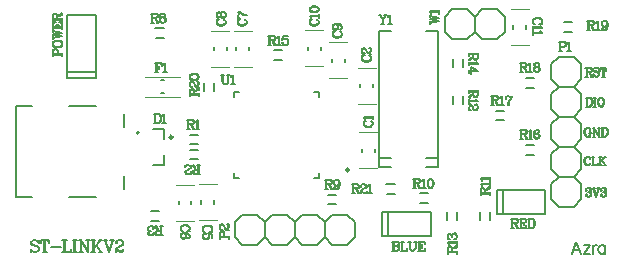
<source format=gto>
G04*
G04 #@! TF.GenerationSoftware,Altium Limited,Altium Designer,19.0.15 (446)*
G04*
G04 Layer_Color=65535*
%FSLAX23Y23*%
%MOIN*%
G70*
G01*
G75*
%ADD10C,0.010*%
%ADD11C,0.008*%
%ADD12C,0.004*%
%ADD13C,0.008*%
%ADD14C,0.005*%
%ADD15C,0.006*%
D10*
X3053Y3608D02*
G03*
X3053Y3608I-5J0D01*
G01*
D11*
X3642Y3499D02*
G03*
X3642Y3499I-6J0D01*
G01*
X2941Y3623D02*
G03*
X2941Y3623I-4J0D01*
G01*
X3678Y3774D02*
Y3786D01*
X3722Y3774D02*
Y3786D01*
X3877Y3421D02*
X3904Y3421D01*
X3877Y3389D02*
X3904Y3389D01*
X3766Y3451D02*
X3793Y3451D01*
X3767Y3419D02*
X3794Y3419D01*
X3112Y3534D02*
X3139Y3534D01*
X3111Y3566D02*
X3138Y3566D01*
X3112Y3584D02*
X3139Y3584D01*
X3111Y3616D02*
X3138Y3616D01*
X3023Y3516D02*
Y3547D01*
X2987Y3516D02*
X3023D01*
Y3603D02*
Y3634D01*
X2987D02*
X3023D01*
X3073Y3384D02*
Y3396D01*
X3116Y3384D02*
Y3396D01*
X3148Y3385D02*
Y3397D01*
X3192Y3385D02*
Y3397D01*
X3013Y3797D02*
X3025D01*
X3013Y3754D02*
X3025D01*
X2982Y3329D02*
X3009Y3329D01*
X2981Y3361D02*
X3008Y3361D01*
X3571Y3416D02*
X3598Y3416D01*
X3572Y3384D02*
X3599Y3384D01*
X4232Y3773D02*
X4259Y3773D01*
X4231Y3806D02*
X4258Y3806D01*
X4132Y3664D02*
X4159Y3664D01*
X4131Y3696D02*
X4158Y3696D01*
X4232Y3550D02*
X4259Y3550D01*
X4231Y3583D02*
X4258Y3583D01*
X3969Y3332D02*
X3969Y3359D01*
X4001Y3333D02*
X4001Y3359D01*
X4079Y3333D02*
X4079Y3359D01*
X4111Y3333D02*
X4111Y3360D01*
X3683Y3558D02*
Y3570D01*
X3727Y3558D02*
Y3570D01*
X3742Y3509D02*
Y3961D01*
X3781D01*
X3938Y3509D02*
Y3961D01*
X3742Y3509D02*
X3781D01*
X3899D02*
X3938D01*
X3899Y3961D02*
X3938D01*
X3742Y3538D02*
X3781D01*
X3899D02*
X3938D01*
X3989Y3841D02*
X3989Y3868D01*
X4021Y3842D02*
X4021Y3869D01*
X3989Y3718D02*
X3989Y3744D01*
X4021Y3718D02*
X4021Y3745D01*
X4357Y3959D02*
X4384Y3959D01*
X4357Y3991D02*
X4384Y3991D01*
X4232Y3969D02*
Y3981D01*
X4188Y3969D02*
Y3981D01*
X3547Y3898D02*
Y3910D01*
X3503Y3898D02*
Y3910D01*
X3627Y3858D02*
Y3870D01*
X3583Y3858D02*
Y3870D01*
X3308Y3897D02*
Y3909D01*
X3265Y3897D02*
Y3909D01*
X3233Y3897D02*
Y3909D01*
X3190Y3897D02*
Y3909D01*
X3191Y3762D02*
X3191Y3789D01*
X3159Y3762D02*
X3159Y3789D01*
X2996Y3971D02*
X3023Y3971D01*
X2997Y3939D02*
X3024Y3939D01*
X3391Y3897D02*
X3418Y3897D01*
X3392Y3864D02*
X3419Y3864D01*
D12*
X3670Y3840D02*
X3730D01*
X3670Y3720D02*
X3730D01*
X3064Y3450D02*
X3124D01*
X3064Y3330D02*
X3124D01*
X3140Y3451D02*
X3200D01*
X3140Y3331D02*
X3200D01*
X2961Y3743D02*
X3079D01*
X2961Y3807D02*
X3079D01*
X3675Y3624D02*
X3735D01*
X3675Y3504D02*
X3735D01*
X4180Y3915D02*
X4240D01*
X4180Y4035D02*
X4240D01*
X3495Y3844D02*
X3555D01*
X3495Y3964D02*
X3555D01*
X3575Y3804D02*
X3635D01*
X3575Y3924D02*
X3635D01*
X3257Y3843D02*
X3317D01*
X3257Y3963D02*
X3317D01*
X3182Y3843D02*
X3242D01*
X3182Y3963D02*
X3242D01*
D13*
X3285Y3350D02*
X3335D01*
X3360Y3325D01*
X3335Y3250D02*
X3360Y3275D01*
X3260Y3325D02*
X3285Y3350D01*
X3260Y3275D02*
Y3325D01*
Y3275D02*
X3285Y3250D01*
X3335D01*
X3585Y3350D02*
X3635D01*
X3660Y3325D01*
X3635Y3250D02*
X3660Y3275D01*
Y3325D01*
X3535Y3350D02*
X3560Y3325D01*
X3485Y3350D02*
X3535D01*
X3460Y3325D02*
X3485Y3350D01*
X3460Y3275D02*
Y3325D01*
Y3275D02*
X3485Y3250D01*
X3535D01*
X3560Y3275D01*
Y3325D02*
X3585Y3350D01*
X3560Y3275D02*
Y3325D01*
Y3275D02*
X3585Y3250D01*
X3635D01*
X3435Y3350D02*
X3460Y3325D01*
X3385Y3350D02*
X3435D01*
X3360Y3325D02*
X3385Y3350D01*
X3360Y3275D02*
Y3325D01*
Y3275D02*
X3385Y3250D01*
X3435D01*
X3460Y3275D01*
X4415Y3801D02*
Y3851D01*
X4390Y3776D02*
X4415Y3801D01*
X4315D02*
X4340Y3776D01*
X4390Y3876D02*
X4415Y3851D01*
X4340Y3876D02*
X4390D01*
X4315Y3851D02*
X4340Y3876D01*
X4315Y3801D02*
Y3851D01*
X4415Y3401D02*
Y3451D01*
X4390Y3376D02*
X4415Y3401D01*
X4315D02*
X4340Y3376D01*
X4390D01*
Y3476D02*
X4415Y3501D01*
Y3551D01*
X4390Y3576D02*
X4415Y3551D01*
X4340Y3576D02*
X4390D01*
X4315Y3551D02*
X4340Y3576D01*
X4315Y3501D02*
Y3551D01*
Y3501D02*
X4340Y3476D01*
X4390D02*
X4415Y3451D01*
X4340Y3476D02*
X4390D01*
X4315Y3451D02*
X4340Y3476D01*
X4315Y3401D02*
Y3451D01*
X4415Y3701D02*
Y3751D01*
X4390Y3676D02*
X4415Y3701D01*
X4315D02*
X4340Y3676D01*
X4390Y3576D02*
X4415Y3601D01*
Y3651D01*
X4390Y3676D02*
X4415Y3651D01*
X4340Y3676D02*
X4390D01*
X4315Y3651D02*
X4340Y3676D01*
X4315Y3601D02*
Y3651D01*
Y3601D02*
X4340Y3576D01*
X4390Y3776D02*
X4415Y3751D01*
X4340Y3776D02*
X4390D01*
X4315Y3751D02*
X4340Y3776D01*
X4315Y3701D02*
Y3751D01*
X4154Y3432D02*
X4296D01*
X4154Y3352D02*
X4296D01*
X4154D02*
Y3432D01*
X4296Y3352D02*
Y3432D01*
X4134Y3352D02*
Y3432D01*
Y3352D02*
X4154D01*
X4135Y3432D02*
X4154D01*
X3771Y3360D02*
X3913D01*
X3771Y3280D02*
X3913D01*
X3771D02*
Y3360D01*
X3913Y3280D02*
Y3360D01*
X3751Y3280D02*
Y3360D01*
Y3280D02*
X3771D01*
X3752Y3360D02*
X3771D01*
X3985Y3935D02*
X4035D01*
X3960Y3960D02*
X3985Y3935D01*
X3960Y4010D02*
X3985Y4035D01*
X3960Y3960D02*
Y4010D01*
X4060Y3960D02*
X4085Y3935D01*
X4135D01*
X4160Y3960D01*
Y4010D01*
X4135Y4035D02*
X4160Y4010D01*
X4085Y4035D02*
X4135D01*
X4060Y4010D02*
X4085Y4035D01*
X4035Y3935D02*
X4060Y3960D01*
Y4010D01*
X4035Y4035D02*
X4060Y4010D01*
X3985Y4035D02*
X4035D01*
X2702Y3805D02*
Y3825D01*
X2798Y3805D02*
Y3825D01*
X2702Y3805D02*
X2798D01*
X2702Y4015D02*
X2798D01*
X2702Y3825D02*
Y4015D01*
Y3825D02*
X2798D01*
Y4015D01*
X4414Y3220D02*
X4399Y3260D01*
X4384Y3220D01*
X4390Y3233D02*
X4409D01*
X4445Y3247D02*
X4424Y3220D01*
Y3247D02*
X4445D01*
X4424Y3220D02*
X4445D01*
X4453Y3247D02*
Y3220D01*
Y3235D02*
X4455Y3241D01*
X4459Y3245D01*
X4463Y3247D01*
X4468D01*
X4495D02*
Y3220D01*
Y3241D02*
X4491Y3245D01*
X4487Y3247D01*
X4482D01*
X4478Y3245D01*
X4474Y3241D01*
X4472Y3235D01*
Y3231D01*
X4474Y3226D01*
X4478Y3222D01*
X4482Y3220D01*
X4487D01*
X4491Y3222D01*
X4495Y3226D01*
D14*
X3258Y3473D02*
X3274D01*
X3258D02*
Y3489D01*
Y3741D02*
Y3757D01*
X3274D01*
X3526D02*
X3542D01*
Y3741D02*
Y3757D01*
Y3473D02*
Y3489D01*
X3526Y3473D02*
X3542D01*
X2530Y3408D02*
X2584D01*
X2530D02*
Y3712D01*
X2584D01*
X2892Y3434D02*
Y3477D01*
Y3643D02*
Y3686D01*
X2708Y3408D02*
X2799D01*
X2708Y3712D02*
X2799D01*
X2655Y3883D02*
X2685D01*
X2655Y3884D02*
X2685D01*
X2655Y3879D02*
Y3896D01*
X2656Y3900D01*
X2658Y3902D01*
X2661Y3903D01*
X2665D01*
X2668Y3902D01*
X2669Y3900D01*
X2671Y3896D01*
Y3884D01*
X2655Y3896D02*
X2656Y3899D01*
X2658Y3900D01*
X2661Y3902D01*
X2665D01*
X2668Y3900D01*
X2669Y3899D01*
X2671Y3896D01*
X2685Y3879D02*
Y3889D01*
X2655Y3917D02*
X2656Y3913D01*
X2659Y3910D01*
X2662Y3908D01*
X2668Y3907D01*
X2672D01*
X2678Y3908D01*
X2681Y3910D01*
X2684Y3913D01*
X2685Y3917D01*
Y3920D01*
X2684Y3924D01*
X2681Y3927D01*
X2678Y3928D01*
X2672Y3930D01*
X2668D01*
X2662Y3928D01*
X2659Y3927D01*
X2656Y3924D01*
X2655Y3920D01*
Y3917D01*
X2656Y3914D01*
X2659Y3911D01*
X2662Y3910D01*
X2668Y3908D01*
X2672D01*
X2678Y3910D01*
X2681Y3911D01*
X2684Y3914D01*
X2685Y3917D01*
Y3920D02*
X2684Y3923D01*
X2681Y3926D01*
X2678Y3927D01*
X2672Y3928D01*
X2668D01*
X2662Y3927D01*
X2659Y3926D01*
X2656Y3923D01*
X2655Y3920D01*
Y3938D02*
X2685Y3944D01*
X2655Y3940D02*
X2678Y3944D01*
X2655Y3950D02*
X2685Y3944D01*
X2655Y3950D02*
X2685Y3955D01*
X2655Y3951D02*
X2678Y3955D01*
X2655Y3961D02*
X2685Y3955D01*
X2655Y3934D02*
Y3944D01*
Y3957D02*
Y3965D01*
Y3973D02*
X2685D01*
X2655Y3974D02*
X2685D01*
X2664Y3983D02*
X2675D01*
X2655Y3969D02*
Y3992D01*
X2664D01*
X2655Y3990D01*
X2669Y3974D02*
Y3983D01*
X2685Y3969D02*
Y3992D01*
X2676D01*
X2685Y3990D01*
X2655Y4000D02*
X2685D01*
X2655Y4001D02*
X2685D01*
X2655Y3996D02*
Y4013D01*
X2656Y4017D01*
X2658Y4019D01*
X2661Y4020D01*
X2664D01*
X2666Y4019D01*
X2668Y4017D01*
X2669Y4013D01*
Y4001D01*
X2655Y4013D02*
X2656Y4016D01*
X2658Y4017D01*
X2661Y4019D01*
X2664D01*
X2666Y4017D01*
X2668Y4016D01*
X2669Y4013D01*
X2685Y3996D02*
Y4006D01*
X2669Y4009D02*
X2671Y4011D01*
X2672Y4013D01*
X2682Y4017D01*
X2684Y4019D01*
Y4020D01*
X2682Y4021D01*
X2671Y4011D02*
X2674Y4013D01*
X2684Y4016D01*
X2685Y4017D01*
Y4020D01*
X2682Y4021D01*
X2681D01*
X3789Y3260D02*
Y3230D01*
X3791Y3260D02*
Y3230D01*
X3785Y3260D02*
X3802D01*
X3806Y3259D01*
X3808Y3257D01*
X3809Y3254D01*
Y3251D01*
X3808Y3249D01*
X3806Y3247D01*
X3802Y3246D01*
Y3260D02*
X3805Y3259D01*
X3806Y3257D01*
X3808Y3254D01*
Y3251D01*
X3806Y3249D01*
X3805Y3247D01*
X3802Y3246D01*
X3791D02*
X3802D01*
X3806Y3244D01*
X3808Y3243D01*
X3809Y3240D01*
Y3236D01*
X3808Y3233D01*
X3806Y3231D01*
X3802Y3230D01*
X3785D01*
X3802Y3246D02*
X3805Y3244D01*
X3806Y3243D01*
X3808Y3240D01*
Y3236D01*
X3806Y3233D01*
X3805Y3231D01*
X3802Y3230D01*
X3818Y3260D02*
Y3230D01*
X3819Y3260D02*
Y3230D01*
X3813Y3260D02*
X3823D01*
X3813Y3230D02*
X3835D01*
Y3239D01*
X3833Y3230D01*
X3843Y3260D02*
Y3239D01*
X3845Y3234D01*
X3848Y3231D01*
X3852Y3230D01*
X3855D01*
X3859Y3231D01*
X3862Y3234D01*
X3863Y3239D01*
Y3260D01*
X3845D02*
Y3239D01*
X3846Y3234D01*
X3849Y3231D01*
X3852Y3230D01*
X3839Y3260D02*
X3849D01*
X3859D02*
X3868D01*
X3875D02*
Y3230D01*
X3877Y3260D02*
Y3230D01*
X3885Y3251D02*
Y3240D01*
X3871Y3260D02*
X3894D01*
Y3251D01*
X3893Y3260D01*
X3877Y3246D02*
X3885D01*
X3871Y3230D02*
X3894D01*
Y3239D01*
X3893Y3230D01*
X4184Y3335D02*
Y3305D01*
X4186Y3335D02*
Y3305D01*
X4180Y3335D02*
X4197D01*
X4201Y3334D01*
X4203Y3332D01*
X4204Y3329D01*
Y3326D01*
X4203Y3324D01*
X4201Y3322D01*
X4197Y3321D01*
X4186D01*
X4197Y3335D02*
X4200Y3334D01*
X4201Y3332D01*
X4203Y3329D01*
Y3326D01*
X4201Y3324D01*
X4200Y3322D01*
X4197Y3321D01*
X4180Y3305D02*
X4190D01*
X4193Y3321D02*
X4196Y3319D01*
X4197Y3318D01*
X4201Y3308D01*
X4203Y3306D01*
X4204D01*
X4206Y3308D01*
X4196Y3319D02*
X4197Y3316D01*
X4200Y3306D01*
X4201Y3305D01*
X4204D01*
X4206Y3308D01*
Y3309D01*
X4214Y3335D02*
Y3305D01*
X4215Y3335D02*
Y3305D01*
X4224Y3326D02*
Y3315D01*
X4210Y3335D02*
X4232D01*
Y3326D01*
X4231Y3335D01*
X4215Y3321D02*
X4224D01*
X4210Y3305D02*
X4232D01*
Y3314D01*
X4231Y3305D01*
X4241Y3335D02*
Y3305D01*
X4242Y3335D02*
Y3305D01*
X4237Y3335D02*
X4251D01*
X4255Y3334D01*
X4258Y3331D01*
X4259Y3328D01*
X4261Y3324D01*
Y3316D01*
X4259Y3312D01*
X4258Y3309D01*
X4255Y3306D01*
X4251Y3305D01*
X4237D01*
X4251Y3335D02*
X4254Y3334D01*
X4257Y3331D01*
X4258Y3328D01*
X4259Y3324D01*
Y3316D01*
X4258Y3312D01*
X4257Y3309D01*
X4254Y3306D01*
X4251Y3305D01*
X4433Y3838D02*
Y3810D01*
X4434Y3838D02*
Y3810D01*
X4429Y3838D02*
X4445D01*
X4449Y3837D01*
X4450Y3836D01*
X4451Y3833D01*
Y3830D01*
X4450Y3828D01*
X4449Y3826D01*
X4445Y3825D01*
X4434D01*
X4445Y3838D02*
X4447Y3837D01*
X4449Y3836D01*
X4450Y3833D01*
Y3830D01*
X4449Y3828D01*
X4447Y3826D01*
X4445Y3825D01*
X4429Y3810D02*
X4438D01*
X4441Y3825D02*
X4443Y3824D01*
X4445Y3822D01*
X4449Y3813D01*
X4450Y3812D01*
X4451D01*
X4453Y3813D01*
X4443Y3824D02*
X4445Y3821D01*
X4447Y3812D01*
X4449Y3810D01*
X4451D01*
X4453Y3813D01*
Y3814D01*
X4474Y3834D02*
X4475Y3838D01*
Y3830D01*
X4474Y3834D01*
X4471Y3837D01*
X4467Y3838D01*
X4463D01*
X4459Y3837D01*
X4456Y3834D01*
Y3832D01*
X4458Y3829D01*
X4459Y3828D01*
X4462Y3826D01*
X4470Y3824D01*
X4472Y3822D01*
X4475Y3820D01*
X4456Y3832D02*
X4459Y3829D01*
X4462Y3828D01*
X4470Y3825D01*
X4472Y3824D01*
X4474Y3822D01*
X4475Y3820D01*
Y3814D01*
X4472Y3812D01*
X4468Y3810D01*
X4464D01*
X4460Y3812D01*
X4458Y3814D01*
X4456Y3818D01*
Y3810D01*
X4458Y3814D01*
X4488Y3838D02*
Y3810D01*
X4490Y3838D02*
Y3810D01*
X4480Y3838D02*
X4479Y3830D01*
Y3838D01*
X4499D01*
Y3830D01*
X4498Y3838D01*
X4484Y3810D02*
X4494D01*
X4434Y3738D02*
Y3710D01*
X4435Y3738D02*
Y3710D01*
X4430Y3738D02*
X4443D01*
X4447Y3737D01*
X4450Y3734D01*
X4451Y3731D01*
X4453Y3727D01*
Y3721D01*
X4451Y3717D01*
X4450Y3714D01*
X4447Y3711D01*
X4443Y3710D01*
X4430D01*
X4443Y3738D02*
X4446Y3737D01*
X4449Y3734D01*
X4450Y3731D01*
X4451Y3727D01*
Y3721D01*
X4450Y3717D01*
X4449Y3714D01*
X4446Y3711D01*
X4443Y3710D01*
X4460Y3738D02*
Y3710D01*
X4462Y3738D02*
Y3710D01*
X4456Y3738D02*
X4466D01*
X4456Y3710D02*
X4466D01*
X4480Y3738D02*
X4476Y3737D01*
X4473Y3734D01*
X4472Y3731D01*
X4471Y3726D01*
Y3722D01*
X4472Y3717D01*
X4473Y3714D01*
X4476Y3711D01*
X4480Y3710D01*
X4483D01*
X4487Y3711D01*
X4489Y3714D01*
X4491Y3717D01*
X4492Y3722D01*
Y3726D01*
X4491Y3731D01*
X4489Y3734D01*
X4487Y3737D01*
X4483Y3738D01*
X4480D01*
X4477Y3737D01*
X4475Y3734D01*
X4473Y3731D01*
X4472Y3726D01*
Y3722D01*
X4473Y3717D01*
X4475Y3714D01*
X4477Y3711D01*
X4480Y3710D01*
X4483D02*
X4485Y3711D01*
X4488Y3714D01*
X4489Y3717D01*
X4491Y3722D01*
Y3726D01*
X4489Y3731D01*
X4488Y3734D01*
X4485Y3737D01*
X4483Y3738D01*
X4444Y3634D02*
X4446Y3630D01*
Y3638D01*
X4444Y3634D01*
X4442Y3637D01*
X4438Y3638D01*
X4435D01*
X4431Y3637D01*
X4428Y3634D01*
X4427Y3631D01*
X4426Y3627D01*
Y3621D01*
X4427Y3617D01*
X4428Y3614D01*
X4431Y3611D01*
X4435Y3610D01*
X4438D01*
X4442Y3611D01*
X4444Y3614D01*
X4435Y3638D02*
X4432Y3637D01*
X4430Y3634D01*
X4428Y3631D01*
X4427Y3627D01*
Y3621D01*
X4428Y3617D01*
X4430Y3614D01*
X4432Y3611D01*
X4435Y3610D01*
X4444Y3621D02*
Y3610D01*
X4446Y3621D02*
Y3610D01*
X4440Y3621D02*
X4450D01*
X4457Y3638D02*
Y3610D01*
X4459Y3638D02*
X4475Y3613D01*
X4459Y3635D02*
X4475Y3610D01*
Y3638D02*
Y3610D01*
X4453Y3638D02*
X4459D01*
X4471D02*
X4479D01*
X4453Y3610D02*
X4461D01*
X4486Y3638D02*
Y3610D01*
X4487Y3638D02*
Y3610D01*
X4482Y3638D02*
X4495D01*
X4499Y3637D01*
X4502Y3634D01*
X4503Y3631D01*
X4505Y3627D01*
Y3621D01*
X4503Y3617D01*
X4502Y3614D01*
X4499Y3611D01*
X4495Y3610D01*
X4482D01*
X4495Y3638D02*
X4498Y3637D01*
X4501Y3634D01*
X4502Y3631D01*
X4503Y3627D01*
Y3621D01*
X4502Y3617D01*
X4501Y3614D01*
X4498Y3611D01*
X4495Y3610D01*
X4444Y3539D02*
X4446Y3535D01*
Y3543D01*
X4444Y3539D01*
X4442Y3542D01*
X4438Y3543D01*
X4435D01*
X4431Y3542D01*
X4428Y3539D01*
X4427Y3536D01*
X4426Y3532D01*
Y3526D01*
X4427Y3522D01*
X4428Y3519D01*
X4431Y3516D01*
X4435Y3515D01*
X4438D01*
X4442Y3516D01*
X4444Y3519D01*
X4446Y3522D01*
X4435Y3543D02*
X4432Y3542D01*
X4430Y3539D01*
X4428Y3536D01*
X4427Y3532D01*
Y3526D01*
X4428Y3522D01*
X4430Y3519D01*
X4432Y3516D01*
X4435Y3515D01*
X4454Y3543D02*
Y3515D01*
X4455Y3543D02*
Y3515D01*
X4450Y3543D02*
X4459D01*
X4450Y3515D02*
X4470D01*
Y3523D01*
X4468Y3515D01*
X4478Y3543D02*
Y3515D01*
X4479Y3543D02*
Y3515D01*
X4496Y3543D02*
X4479Y3526D01*
X4486Y3531D02*
X4496Y3515D01*
X4484Y3531D02*
X4495Y3515D01*
X4474Y3543D02*
X4483D01*
X4491D02*
X4499D01*
X4474Y3515D02*
X4483D01*
X4491D02*
X4499D01*
X4431Y3433D02*
X4433Y3431D01*
X4431Y3430D01*
X4430Y3431D01*
Y3433D01*
X4431Y3435D01*
X4433Y3437D01*
X4437Y3438D01*
X4442D01*
X4446Y3437D01*
X4447Y3434D01*
Y3430D01*
X4446Y3427D01*
X4442Y3426D01*
X4438D01*
X4442Y3438D02*
X4445Y3437D01*
X4446Y3434D01*
Y3430D01*
X4445Y3427D01*
X4442Y3426D01*
X4445Y3425D01*
X4447Y3422D01*
X4449Y3419D01*
Y3415D01*
X4447Y3413D01*
X4446Y3411D01*
X4442Y3410D01*
X4437D01*
X4433Y3411D01*
X4431Y3413D01*
X4430Y3415D01*
Y3417D01*
X4431Y3418D01*
X4433Y3417D01*
X4431Y3415D01*
X4446Y3423D02*
X4447Y3419D01*
Y3415D01*
X4446Y3413D01*
X4445Y3411D01*
X4442Y3410D01*
X4455Y3438D02*
X4465Y3410D01*
X4457Y3438D02*
X4465Y3414D01*
X4474Y3438D02*
X4465Y3410D01*
X4453Y3438D02*
X4461D01*
X4469D02*
X4477D01*
X4482Y3433D02*
X4483Y3431D01*
X4482Y3430D01*
X4480Y3431D01*
Y3433D01*
X4482Y3435D01*
X4483Y3437D01*
X4487Y3438D01*
X4492D01*
X4496Y3437D01*
X4498Y3434D01*
Y3430D01*
X4496Y3427D01*
X4492Y3426D01*
X4488D01*
X4492Y3438D02*
X4495Y3437D01*
X4496Y3434D01*
Y3430D01*
X4495Y3427D01*
X4492Y3426D01*
X4495Y3425D01*
X4498Y3422D01*
X4499Y3419D01*
Y3415D01*
X4498Y3413D01*
X4496Y3411D01*
X4492Y3410D01*
X4487D01*
X4483Y3411D01*
X4482Y3413D01*
X4480Y3415D01*
Y3417D01*
X4482Y3418D01*
X4483Y3417D01*
X4482Y3415D01*
X4496Y3423D02*
X4498Y3419D01*
Y3415D01*
X4496Y3413D01*
X4495Y3411D01*
X4492Y3410D01*
X3689Y3880D02*
X3694Y3882D01*
X3685D01*
X3689Y3880D01*
X3686Y3878D01*
X3685Y3873D01*
Y3870D01*
X3686Y3866D01*
X3689Y3863D01*
X3692Y3862D01*
X3696Y3860D01*
X3704D01*
X3708Y3862D01*
X3711Y3863D01*
X3714Y3866D01*
X3715Y3870D01*
Y3873D01*
X3714Y3878D01*
X3711Y3880D01*
X3708Y3882D01*
X3685Y3870D02*
X3686Y3868D01*
X3689Y3865D01*
X3692Y3863D01*
X3696Y3862D01*
X3704D01*
X3708Y3863D01*
X3711Y3865D01*
X3714Y3868D01*
X3715Y3870D01*
X3691Y3888D02*
X3692Y3889D01*
X3694Y3888D01*
X3692Y3886D01*
X3691D01*
X3688Y3888D01*
X3686Y3889D01*
X3685Y3893D01*
Y3899D01*
X3686Y3903D01*
X3688Y3905D01*
X3691Y3906D01*
X3694D01*
X3696Y3905D01*
X3699Y3900D01*
X3702Y3893D01*
X3704Y3890D01*
X3706Y3888D01*
X3711Y3886D01*
X3715D01*
X3685Y3899D02*
X3686Y3902D01*
X3688Y3903D01*
X3691Y3905D01*
X3694D01*
X3696Y3903D01*
X3699Y3899D01*
X3702Y3893D01*
X3712Y3886D02*
X3711Y3888D01*
Y3890D01*
X3714Y3898D01*
Y3902D01*
X3712Y3905D01*
X3711Y3906D01*
X3708D01*
X3711Y3890D02*
X3715Y3898D01*
Y3903D01*
X3714Y3905D01*
X3711Y3906D01*
X3743Y4015D02*
X3753Y3999D01*
Y3985D01*
X3744Y4015D02*
X3754Y3999D01*
Y3985D01*
X3764Y4015D02*
X3754Y3999D01*
X3740Y4015D02*
X3749D01*
X3759D02*
X3767D01*
X3749Y3985D02*
X3759D01*
X3771Y4009D02*
X3774Y4011D01*
X3778Y4015D01*
Y3985D01*
X3777Y4014D02*
Y3985D01*
X3771D02*
X3784D01*
X3910Y3989D02*
X3940Y3995D01*
X3910Y3991D02*
X3933Y3995D01*
X3910Y4001D02*
X3940Y3995D01*
X3910Y4001D02*
X3940Y4006D01*
X3910Y4002D02*
X3933Y4006D01*
X3910Y4012D02*
X3940Y4006D01*
X3910Y3985D02*
Y3995D01*
Y4008D02*
Y4016D01*
X3916Y4020D02*
X3914Y4023D01*
X3910Y4027D01*
X3940D01*
X3911Y4025D02*
X3940D01*
Y4020D02*
Y4033D01*
X3219Y3815D02*
Y3794D01*
X3221Y3789D01*
X3224Y3786D01*
X3228Y3785D01*
X3231D01*
X3235Y3786D01*
X3238Y3789D01*
X3239Y3794D01*
Y3815D01*
X3221D02*
Y3794D01*
X3222Y3789D01*
X3225Y3786D01*
X3228Y3785D01*
X3215Y3815D02*
X3225D01*
X3235D02*
X3244D01*
X3247Y3809D02*
X3250Y3811D01*
X3254Y3815D01*
Y3785D01*
X3253Y3814D02*
Y3785D01*
X3247D02*
X3260D01*
X3654Y3451D02*
Y3421D01*
X3656Y3451D02*
Y3421D01*
X3650Y3451D02*
X3667D01*
X3671Y3450D01*
X3673Y3448D01*
X3674Y3445D01*
Y3443D01*
X3673Y3440D01*
X3671Y3438D01*
X3667Y3437D01*
X3656D01*
X3667Y3451D02*
X3670Y3450D01*
X3671Y3448D01*
X3673Y3445D01*
Y3443D01*
X3671Y3440D01*
X3670Y3438D01*
X3667Y3437D01*
X3650Y3421D02*
X3660D01*
X3663Y3437D02*
X3666Y3435D01*
X3667Y3434D01*
X3671Y3424D01*
X3673Y3423D01*
X3674D01*
X3676Y3424D01*
X3666Y3435D02*
X3667Y3433D01*
X3670Y3423D01*
X3671Y3421D01*
X3674D01*
X3676Y3424D01*
Y3425D01*
X3681Y3445D02*
X3682Y3444D01*
X3681Y3443D01*
X3680Y3444D01*
Y3445D01*
X3681Y3448D01*
X3682Y3450D01*
X3687Y3451D01*
X3692D01*
X3697Y3450D01*
X3698Y3448D01*
X3700Y3445D01*
Y3443D01*
X3698Y3440D01*
X3694Y3437D01*
X3687Y3434D01*
X3684Y3433D01*
X3681Y3430D01*
X3680Y3425D01*
Y3421D01*
X3692Y3451D02*
X3695Y3450D01*
X3697Y3448D01*
X3698Y3445D01*
Y3443D01*
X3697Y3440D01*
X3692Y3437D01*
X3687Y3434D01*
X3680Y3424D02*
X3681Y3425D01*
X3684D01*
X3691Y3423D01*
X3695D01*
X3698Y3424D01*
X3700Y3425D01*
Y3428D01*
X3684Y3425D02*
X3691Y3421D01*
X3697D01*
X3698Y3423D01*
X3700Y3425D01*
X3704Y3445D02*
X3707Y3447D01*
X3711Y3451D01*
Y3421D01*
X3710Y3450D02*
Y3421D01*
X3704D02*
X3717D01*
X3110Y3749D02*
X3140D01*
X3110Y3751D02*
X3140D01*
X3110Y3745D02*
Y3762D01*
X3111Y3766D01*
X3113Y3768D01*
X3116Y3769D01*
X3119D01*
X3121Y3768D01*
X3123Y3766D01*
X3124Y3762D01*
Y3751D01*
X3110Y3762D02*
X3111Y3765D01*
X3113Y3766D01*
X3116Y3768D01*
X3119D01*
X3121Y3766D01*
X3123Y3765D01*
X3124Y3762D01*
X3140Y3745D02*
Y3755D01*
X3124Y3758D02*
X3126Y3761D01*
X3127Y3762D01*
X3137Y3766D01*
X3139Y3768D01*
Y3769D01*
X3137Y3771D01*
X3126Y3761D02*
X3129Y3762D01*
X3139Y3765D01*
X3140Y3766D01*
Y3769D01*
X3137Y3771D01*
X3136D01*
X3116Y3776D02*
X3117Y3777D01*
X3119Y3776D01*
X3117Y3775D01*
X3116D01*
X3113Y3776D01*
X3111Y3777D01*
X3110Y3782D01*
Y3787D01*
X3111Y3792D01*
X3113Y3793D01*
X3116Y3795D01*
X3119D01*
X3121Y3793D01*
X3124Y3789D01*
X3127Y3782D01*
X3129Y3779D01*
X3131Y3776D01*
X3136Y3775D01*
X3140D01*
X3110Y3787D02*
X3111Y3790D01*
X3113Y3792D01*
X3116Y3793D01*
X3119D01*
X3121Y3792D01*
X3124Y3787D01*
X3127Y3782D01*
X3137Y3775D02*
X3136Y3776D01*
Y3779D01*
X3139Y3786D01*
Y3790D01*
X3137Y3793D01*
X3136Y3795D01*
X3133D01*
X3136Y3779D02*
X3140Y3786D01*
Y3792D01*
X3139Y3793D01*
X3136Y3795D01*
X3110Y3808D02*
X3111Y3803D01*
X3116Y3800D01*
X3123Y3799D01*
X3127D01*
X3134Y3800D01*
X3139Y3803D01*
X3140Y3808D01*
Y3810D01*
X3139Y3815D01*
X3134Y3818D01*
X3127Y3819D01*
X3123D01*
X3116Y3818D01*
X3111Y3815D01*
X3110Y3810D01*
Y3808D01*
X3111Y3805D01*
X3113Y3803D01*
X3116Y3802D01*
X3123Y3800D01*
X3127D01*
X3134Y3802D01*
X3137Y3803D01*
X3139Y3805D01*
X3140Y3808D01*
Y3810D02*
X3139Y3813D01*
X3137Y3815D01*
X3134Y3816D01*
X3127Y3818D01*
X3123D01*
X3116Y3816D01*
X3113Y3815D01*
X3111Y3813D01*
X3110Y3810D01*
X4439Y3995D02*
Y3965D01*
X4441Y3995D02*
Y3965D01*
X4435Y3995D02*
X4452D01*
X4456Y3994D01*
X4458Y3992D01*
X4459Y3989D01*
Y3986D01*
X4458Y3984D01*
X4456Y3982D01*
X4452Y3981D01*
X4441D01*
X4452Y3995D02*
X4455Y3994D01*
X4456Y3992D01*
X4458Y3989D01*
Y3986D01*
X4456Y3984D01*
X4455Y3982D01*
X4452Y3981D01*
X4435Y3965D02*
X4445D01*
X4448Y3981D02*
X4451Y3979D01*
X4452Y3978D01*
X4456Y3968D01*
X4458Y3966D01*
X4459D01*
X4461Y3968D01*
X4451Y3979D02*
X4452Y3976D01*
X4455Y3966D01*
X4456Y3965D01*
X4459D01*
X4461Y3968D01*
Y3969D01*
X4465Y3989D02*
X4467Y3991D01*
X4472Y3995D01*
Y3965D01*
X4470Y3994D02*
Y3965D01*
X4465D02*
X4477D01*
X4501Y3985D02*
X4500Y3981D01*
X4497Y3978D01*
X4493Y3976D01*
X4491D01*
X4487Y3978D01*
X4484Y3981D01*
X4483Y3985D01*
Y3986D01*
X4484Y3991D01*
X4487Y3994D01*
X4491Y3995D01*
X4494D01*
X4498Y3994D01*
X4501Y3991D01*
X4503Y3986D01*
Y3978D01*
X4501Y3972D01*
X4500Y3969D01*
X4497Y3966D01*
X4493Y3965D01*
X4488D01*
X4485Y3966D01*
X4484Y3969D01*
Y3971D01*
X4485Y3972D01*
X4487Y3971D01*
X4485Y3969D01*
X4491Y3976D02*
X4488Y3978D01*
X4485Y3981D01*
X4484Y3985D01*
Y3986D01*
X4485Y3991D01*
X4488Y3994D01*
X4491Y3995D01*
X4494D02*
X4497Y3994D01*
X4500Y3991D01*
X4501Y3986D01*
Y3978D01*
X4500Y3972D01*
X4498Y3969D01*
X4495Y3966D01*
X4493Y3965D01*
X4214Y3856D02*
Y3826D01*
X4215Y3856D02*
Y3826D01*
X4210Y3856D02*
X4227D01*
X4231Y3854D01*
X4232Y3853D01*
X4234Y3850D01*
Y3847D01*
X4232Y3844D01*
X4231Y3843D01*
X4227Y3842D01*
X4215D01*
X4227Y3856D02*
X4230Y3854D01*
X4231Y3853D01*
X4232Y3850D01*
Y3847D01*
X4231Y3844D01*
X4230Y3843D01*
X4227Y3842D01*
X4210Y3826D02*
X4220D01*
X4222Y3842D02*
X4225Y3840D01*
X4227Y3839D01*
X4231Y3829D01*
X4232Y3827D01*
X4234D01*
X4235Y3829D01*
X4225Y3840D02*
X4227Y3837D01*
X4230Y3827D01*
X4231Y3826D01*
X4234D01*
X4235Y3829D01*
Y3830D01*
X4239Y3850D02*
X4242Y3852D01*
X4246Y3856D01*
Y3826D01*
X4245Y3854D02*
Y3826D01*
X4239D02*
X4252D01*
X4264Y3856D02*
X4260Y3854D01*
X4259Y3852D01*
Y3847D01*
X4260Y3844D01*
X4264Y3843D01*
X4270D01*
X4274Y3844D01*
X4276Y3847D01*
Y3852D01*
X4274Y3854D01*
X4270Y3856D01*
X4264D01*
X4261Y3854D01*
X4260Y3852D01*
Y3847D01*
X4261Y3844D01*
X4264Y3843D01*
X4270D02*
X4273Y3844D01*
X4274Y3847D01*
Y3852D01*
X4273Y3854D01*
X4270Y3856D01*
X4264Y3843D02*
X4260Y3842D01*
X4259Y3840D01*
X4257Y3837D01*
Y3832D01*
X4259Y3829D01*
X4260Y3827D01*
X4264Y3826D01*
X4270D01*
X4274Y3827D01*
X4276Y3829D01*
X4277Y3832D01*
Y3837D01*
X4276Y3840D01*
X4274Y3842D01*
X4270Y3843D01*
X4264D02*
X4261Y3842D01*
X4260Y3840D01*
X4259Y3837D01*
Y3832D01*
X4260Y3829D01*
X4261Y3827D01*
X4264Y3826D01*
X4270D02*
X4273Y3827D01*
X4274Y3829D01*
X4276Y3832D01*
Y3837D01*
X4274Y3840D01*
X4273Y3842D01*
X4270Y3843D01*
X4119Y3745D02*
Y3715D01*
X4121Y3745D02*
Y3715D01*
X4115Y3745D02*
X4132D01*
X4136Y3744D01*
X4138Y3742D01*
X4139Y3739D01*
Y3736D01*
X4138Y3734D01*
X4136Y3732D01*
X4132Y3731D01*
X4121D01*
X4132Y3745D02*
X4135Y3744D01*
X4136Y3742D01*
X4138Y3739D01*
Y3736D01*
X4136Y3734D01*
X4135Y3732D01*
X4132Y3731D01*
X4115Y3715D02*
X4125D01*
X4128Y3731D02*
X4131Y3729D01*
X4132Y3728D01*
X4136Y3718D01*
X4138Y3716D01*
X4139D01*
X4141Y3718D01*
X4131Y3729D02*
X4132Y3726D01*
X4135Y3716D01*
X4136Y3715D01*
X4139D01*
X4141Y3718D01*
Y3719D01*
X4145Y3739D02*
X4147Y3741D01*
X4152Y3745D01*
Y3715D01*
X4150Y3744D02*
Y3715D01*
X4145D02*
X4157D01*
X4163Y3745D02*
Y3736D01*
Y3739D02*
X4164Y3742D01*
X4167Y3745D01*
X4170D01*
X4177Y3741D01*
X4180D01*
X4181Y3742D01*
X4183Y3745D01*
X4164Y3742D02*
X4167Y3744D01*
X4170D01*
X4177Y3741D01*
X4183Y3745D02*
Y3741D01*
X4181Y3736D01*
X4175Y3729D01*
X4174Y3726D01*
X4173Y3722D01*
Y3715D01*
X4181Y3736D02*
X4174Y3729D01*
X4173Y3726D01*
X4171Y3722D01*
Y3715D01*
X4214Y3633D02*
Y3603D01*
X4216Y3633D02*
Y3603D01*
X4210Y3633D02*
X4227D01*
X4231Y3632D01*
X4233Y3630D01*
X4234Y3628D01*
Y3625D01*
X4233Y3622D01*
X4231Y3620D01*
X4227Y3619D01*
X4216D01*
X4227Y3633D02*
X4230Y3632D01*
X4231Y3630D01*
X4233Y3628D01*
Y3625D01*
X4231Y3622D01*
X4230Y3620D01*
X4227Y3619D01*
X4210Y3603D02*
X4220D01*
X4223Y3619D02*
X4226Y3618D01*
X4227Y3616D01*
X4231Y3606D01*
X4233Y3605D01*
X4234D01*
X4236Y3606D01*
X4226Y3618D02*
X4227Y3615D01*
X4230Y3605D01*
X4231Y3603D01*
X4234D01*
X4236Y3606D01*
Y3608D01*
X4240Y3628D02*
X4242Y3629D01*
X4247Y3633D01*
Y3603D01*
X4245Y3632D02*
Y3603D01*
X4240D02*
X4252D01*
X4275Y3629D02*
X4273Y3628D01*
X4275Y3626D01*
X4276Y3628D01*
Y3629D01*
X4275Y3632D01*
X4272Y3633D01*
X4268D01*
X4263Y3632D01*
X4260Y3629D01*
X4259Y3626D01*
X4258Y3620D01*
Y3612D01*
X4259Y3608D01*
X4262Y3605D01*
X4266Y3603D01*
X4269D01*
X4273Y3605D01*
X4276Y3608D01*
X4278Y3612D01*
Y3613D01*
X4276Y3618D01*
X4273Y3620D01*
X4269Y3622D01*
X4268D01*
X4263Y3620D01*
X4260Y3618D01*
X4259Y3613D01*
X4268Y3633D02*
X4265Y3632D01*
X4262Y3629D01*
X4260Y3626D01*
X4259Y3620D01*
Y3612D01*
X4260Y3608D01*
X4263Y3605D01*
X4266Y3603D01*
X4269D02*
X4272Y3605D01*
X4275Y3608D01*
X4276Y3612D01*
Y3613D01*
X4275Y3618D01*
X4272Y3620D01*
X4269Y3622D01*
X3376Y3945D02*
Y3915D01*
X3378Y3945D02*
Y3915D01*
X3372Y3945D02*
X3389D01*
X3393Y3944D01*
X3395Y3942D01*
X3396Y3939D01*
Y3936D01*
X3395Y3934D01*
X3393Y3932D01*
X3389Y3931D01*
X3378D01*
X3389Y3945D02*
X3392Y3944D01*
X3393Y3942D01*
X3395Y3939D01*
Y3936D01*
X3393Y3934D01*
X3392Y3932D01*
X3389Y3931D01*
X3372Y3915D02*
X3382D01*
X3385Y3931D02*
X3388Y3929D01*
X3389Y3928D01*
X3393Y3918D01*
X3395Y3916D01*
X3396D01*
X3398Y3918D01*
X3388Y3929D02*
X3389Y3926D01*
X3392Y3916D01*
X3393Y3915D01*
X3396D01*
X3398Y3918D01*
Y3919D01*
X3401Y3939D02*
X3404Y3941D01*
X3409Y3945D01*
Y3915D01*
X3407Y3944D02*
Y3915D01*
X3401D02*
X3414D01*
X3422Y3945D02*
X3419Y3931D01*
X3422Y3934D01*
X3427Y3935D01*
X3431D01*
X3435Y3934D01*
X3438Y3931D01*
X3439Y3926D01*
Y3924D01*
X3438Y3919D01*
X3435Y3916D01*
X3431Y3915D01*
X3427D01*
X3422Y3916D01*
X3421Y3918D01*
X3419Y3921D01*
Y3922D01*
X3421Y3924D01*
X3422Y3922D01*
X3421Y3921D01*
X3431Y3935D02*
X3434Y3934D01*
X3437Y3931D01*
X3438Y3926D01*
Y3924D01*
X3437Y3919D01*
X3434Y3916D01*
X3431Y3915D01*
X3422Y3945D02*
X3437D01*
X3422Y3944D02*
X3429D01*
X3437Y3945D01*
X4070Y3886D02*
X4040D01*
X4070Y3884D02*
X4040D01*
X4070Y3890D02*
Y3873D01*
X4069Y3869D01*
X4067Y3867D01*
X4064Y3866D01*
X4061D01*
X4059Y3867D01*
X4057Y3869D01*
X4056Y3873D01*
Y3884D01*
X4070Y3873D02*
X4069Y3870D01*
X4067Y3869D01*
X4064Y3867D01*
X4061D01*
X4059Y3869D01*
X4057Y3870D01*
X4056Y3873D01*
X4040Y3890D02*
Y3880D01*
X4056Y3877D02*
X4054Y3874D01*
X4053Y3873D01*
X4043Y3869D01*
X4041Y3867D01*
Y3866D01*
X4043Y3864D01*
X4054Y3874D02*
X4051Y3873D01*
X4041Y3870D01*
X4040Y3869D01*
Y3866D01*
X4043Y3864D01*
X4044D01*
X4064Y3860D02*
X4066Y3858D01*
X4070Y3853D01*
X4040D01*
X4069Y3855D02*
X4040D01*
Y3860D02*
Y3848D01*
X4067Y3828D02*
X4040D01*
X4049Y3820D02*
Y3842D01*
X4070Y3827D01*
X4040D01*
Y3832D02*
Y3822D01*
X3970Y3224D02*
X4000D01*
X3970Y3226D02*
X4000D01*
X3970Y3220D02*
Y3237D01*
X3971Y3241D01*
X3973Y3243D01*
X3976Y3244D01*
X3979D01*
X3981Y3243D01*
X3983Y3241D01*
X3984Y3237D01*
Y3226D01*
X3970Y3237D02*
X3971Y3240D01*
X3973Y3241D01*
X3976Y3243D01*
X3979D01*
X3981Y3241D01*
X3983Y3240D01*
X3984Y3237D01*
X4000Y3220D02*
Y3230D01*
X3984Y3233D02*
X3986Y3236D01*
X3987Y3237D01*
X3997Y3241D01*
X3999Y3243D01*
Y3244D01*
X3997Y3246D01*
X3986Y3236D02*
X3989Y3237D01*
X3999Y3240D01*
X4000Y3241D01*
Y3244D01*
X3997Y3246D01*
X3996D01*
X3976Y3250D02*
X3974Y3252D01*
X3970Y3257D01*
X4000D01*
X3971Y3255D02*
X4000D01*
Y3250D02*
Y3262D01*
X3976Y3269D02*
X3977Y3270D01*
X3979Y3269D01*
X3977Y3268D01*
X3976D01*
X3973Y3269D01*
X3971Y3270D01*
X3970Y3275D01*
Y3280D01*
X3971Y3285D01*
X3974Y3286D01*
X3979D01*
X3981Y3285D01*
X3983Y3280D01*
Y3276D01*
X3970Y3280D02*
X3971Y3283D01*
X3974Y3285D01*
X3979D01*
X3981Y3283D01*
X3983Y3280D01*
X3984Y3283D01*
X3987Y3286D01*
X3990Y3288D01*
X3994D01*
X3997Y3286D01*
X3999Y3285D01*
X4000Y3280D01*
Y3275D01*
X3999Y3270D01*
X3997Y3269D01*
X3994Y3268D01*
X3993D01*
X3991Y3269D01*
X3993Y3270D01*
X3994Y3269D01*
X3986Y3285D02*
X3990Y3286D01*
X3994D01*
X3997Y3285D01*
X3999Y3283D01*
X4000Y3280D01*
X4070Y3761D02*
X4040D01*
X4070Y3759D02*
X4040D01*
X4070Y3765D02*
Y3748D01*
X4069Y3744D01*
X4067Y3742D01*
X4064Y3741D01*
X4061D01*
X4059Y3742D01*
X4057Y3744D01*
X4056Y3748D01*
Y3759D01*
X4070Y3748D02*
X4069Y3745D01*
X4067Y3744D01*
X4064Y3742D01*
X4061D01*
X4059Y3744D01*
X4057Y3745D01*
X4056Y3748D01*
X4040Y3765D02*
Y3755D01*
X4056Y3752D02*
X4054Y3749D01*
X4053Y3748D01*
X4043Y3744D01*
X4041Y3742D01*
Y3741D01*
X4043Y3739D01*
X4054Y3749D02*
X4051Y3748D01*
X4041Y3745D01*
X4040Y3744D01*
Y3741D01*
X4043Y3739D01*
X4044D01*
X4064Y3735D02*
X4066Y3733D01*
X4070Y3728D01*
X4040D01*
X4069Y3730D02*
X4040D01*
Y3735D02*
Y3723D01*
X4064Y3716D02*
X4063Y3715D01*
X4061Y3716D01*
X4063Y3717D01*
X4064D01*
X4067Y3716D01*
X4069Y3715D01*
X4070Y3710D01*
Y3705D01*
X4069Y3700D01*
X4067Y3699D01*
X4064Y3697D01*
X4061D01*
X4059Y3699D01*
X4056Y3703D01*
X4053Y3710D01*
X4051Y3713D01*
X4049Y3716D01*
X4044Y3717D01*
X4040D01*
X4070Y3705D02*
X4069Y3702D01*
X4067Y3700D01*
X4064Y3699D01*
X4061D01*
X4059Y3700D01*
X4056Y3705D01*
X4053Y3710D01*
X4043Y3717D02*
X4044Y3716D01*
Y3713D01*
X4041Y3706D01*
Y3702D01*
X4043Y3699D01*
X4044Y3697D01*
X4047D01*
X4044Y3713D02*
X4040Y3706D01*
Y3700D01*
X4041Y3699D01*
X4044Y3697D01*
X4080Y3420D02*
X4110D01*
X4080Y3422D02*
X4110D01*
X4080Y3416D02*
Y3433D01*
X4081Y3437D01*
X4082Y3439D01*
X4085Y3440D01*
X4088D01*
X4091Y3439D01*
X4092Y3437D01*
X4094Y3433D01*
Y3422D01*
X4080Y3433D02*
X4081Y3436D01*
X4082Y3437D01*
X4085Y3439D01*
X4088D01*
X4091Y3437D01*
X4092Y3436D01*
X4094Y3433D01*
X4110Y3416D02*
Y3426D01*
X4094Y3429D02*
X4095Y3432D01*
X4097Y3433D01*
X4107Y3437D01*
X4108Y3439D01*
Y3440D01*
X4107Y3442D01*
X4095Y3432D02*
X4098Y3433D01*
X4108Y3436D01*
X4110Y3437D01*
Y3440D01*
X4107Y3442D01*
X4105D01*
X4085Y3445D02*
X4084Y3448D01*
X4080Y3453D01*
X4110D01*
X4081Y3451D02*
X4110D01*
Y3445D02*
Y3458D01*
X4085Y3463D02*
X4084Y3466D01*
X4080Y3471D01*
X4110D01*
X4081Y3469D02*
X4110D01*
Y3463D02*
Y3476D01*
X3859Y3469D02*
Y3439D01*
X3861Y3469D02*
Y3439D01*
X3855Y3469D02*
X3872D01*
X3876Y3467D01*
X3878Y3466D01*
X3879Y3463D01*
Y3460D01*
X3878Y3457D01*
X3876Y3456D01*
X3872Y3454D01*
X3861D01*
X3872Y3469D02*
X3875Y3467D01*
X3876Y3466D01*
X3878Y3463D01*
Y3460D01*
X3876Y3457D01*
X3875Y3456D01*
X3872Y3454D01*
X3855Y3439D02*
X3865D01*
X3868Y3454D02*
X3871Y3453D01*
X3872Y3452D01*
X3876Y3442D01*
X3878Y3440D01*
X3879D01*
X3881Y3442D01*
X3871Y3453D02*
X3872Y3450D01*
X3875Y3440D01*
X3876Y3439D01*
X3879D01*
X3881Y3442D01*
Y3443D01*
X3885Y3463D02*
X3887Y3464D01*
X3892Y3469D01*
Y3439D01*
X3890Y3467D02*
Y3439D01*
X3885D02*
X3897D01*
X3911Y3469D02*
X3907Y3467D01*
X3904Y3463D01*
X3903Y3456D01*
Y3452D01*
X3904Y3444D01*
X3907Y3440D01*
X3911Y3439D01*
X3914D01*
X3918Y3440D01*
X3921Y3444D01*
X3923Y3452D01*
Y3456D01*
X3921Y3463D01*
X3918Y3467D01*
X3914Y3469D01*
X3911D01*
X3908Y3467D01*
X3907Y3466D01*
X3905Y3463D01*
X3904Y3456D01*
Y3452D01*
X3905Y3444D01*
X3907Y3442D01*
X3908Y3440D01*
X3911Y3439D01*
X3914D02*
X3917Y3440D01*
X3918Y3442D01*
X3920Y3444D01*
X3921Y3452D01*
Y3456D01*
X3920Y3463D01*
X3918Y3466D01*
X3917Y3467D01*
X3914Y3469D01*
X3564Y3465D02*
Y3435D01*
X3566Y3465D02*
Y3435D01*
X3560Y3465D02*
X3577D01*
X3581Y3464D01*
X3583Y3462D01*
X3584Y3459D01*
Y3456D01*
X3583Y3454D01*
X3581Y3452D01*
X3577Y3451D01*
X3566D01*
X3577Y3465D02*
X3580Y3464D01*
X3581Y3462D01*
X3583Y3459D01*
Y3456D01*
X3581Y3454D01*
X3580Y3452D01*
X3577Y3451D01*
X3560Y3435D02*
X3570D01*
X3573Y3451D02*
X3576Y3449D01*
X3577Y3448D01*
X3581Y3438D01*
X3583Y3436D01*
X3584D01*
X3586Y3438D01*
X3576Y3449D02*
X3577Y3446D01*
X3580Y3436D01*
X3581Y3435D01*
X3584D01*
X3586Y3438D01*
Y3439D01*
X3608Y3455D02*
X3607Y3451D01*
X3604Y3448D01*
X3600Y3446D01*
X3598D01*
X3594Y3448D01*
X3591Y3451D01*
X3590Y3455D01*
Y3456D01*
X3591Y3461D01*
X3594Y3464D01*
X3598Y3465D01*
X3601D01*
X3605Y3464D01*
X3608Y3461D01*
X3610Y3456D01*
Y3448D01*
X3608Y3442D01*
X3607Y3439D01*
X3604Y3436D01*
X3600Y3435D01*
X3595D01*
X3592Y3436D01*
X3591Y3439D01*
Y3441D01*
X3592Y3442D01*
X3594Y3441D01*
X3592Y3439D01*
X3598Y3446D02*
X3595Y3448D01*
X3592Y3451D01*
X3591Y3455D01*
Y3456D01*
X3592Y3461D01*
X3595Y3464D01*
X3598Y3465D01*
X3601D02*
X3604Y3464D01*
X3607Y3461D01*
X3608Y3456D01*
Y3448D01*
X3607Y3442D01*
X3605Y3439D01*
X3602Y3436D01*
X3600Y3435D01*
X2984Y4020D02*
Y3990D01*
X2986Y4020D02*
Y3990D01*
X2980Y4020D02*
X2997D01*
X3001Y4019D01*
X3003Y4017D01*
X3004Y4014D01*
Y4011D01*
X3003Y4009D01*
X3001Y4007D01*
X2997Y4006D01*
X2986D01*
X2997Y4020D02*
X3000Y4019D01*
X3001Y4017D01*
X3003Y4014D01*
Y4011D01*
X3001Y4009D01*
X3000Y4007D01*
X2997Y4006D01*
X2980Y3990D02*
X2990D01*
X2993Y4006D02*
X2996Y4004D01*
X2997Y4003D01*
X3001Y3993D01*
X3003Y3991D01*
X3004D01*
X3006Y3993D01*
X2996Y4004D02*
X2997Y4001D01*
X3000Y3991D01*
X3001Y3990D01*
X3004D01*
X3006Y3993D01*
Y3994D01*
X3017Y4020D02*
X3012Y4019D01*
X3011Y4016D01*
Y4011D01*
X3012Y4009D01*
X3017Y4007D01*
X3022D01*
X3027Y4009D01*
X3028Y4011D01*
Y4016D01*
X3027Y4019D01*
X3022Y4020D01*
X3017D01*
X3014Y4019D01*
X3012Y4016D01*
Y4011D01*
X3014Y4009D01*
X3017Y4007D01*
X3022D02*
X3025Y4009D01*
X3027Y4011D01*
Y4016D01*
X3025Y4019D01*
X3022Y4020D01*
X3017Y4007D02*
X3012Y4006D01*
X3011Y4004D01*
X3010Y4001D01*
Y3996D01*
X3011Y3993D01*
X3012Y3991D01*
X3017Y3990D01*
X3022D01*
X3027Y3991D01*
X3028Y3993D01*
X3030Y3996D01*
Y4001D01*
X3028Y4004D01*
X3027Y4006D01*
X3022Y4007D01*
X3017D02*
X3014Y4006D01*
X3012Y4004D01*
X3011Y4001D01*
Y3996D01*
X3012Y3993D01*
X3014Y3991D01*
X3017Y3990D01*
X3022D02*
X3025Y3991D01*
X3027Y3993D01*
X3028Y3996D01*
Y4001D01*
X3027Y4004D01*
X3025Y4006D01*
X3022Y4007D01*
X3016Y3281D02*
Y3311D01*
X3014Y3281D02*
Y3311D01*
X3020Y3281D02*
X3003D01*
X2999Y3282D01*
X2997Y3284D01*
X2996Y3286D01*
Y3289D01*
X2997Y3292D01*
X2999Y3294D01*
X3003Y3295D01*
X3014D01*
X3003Y3281D02*
X3000Y3282D01*
X2999Y3284D01*
X2997Y3286D01*
Y3289D01*
X2999Y3292D01*
X3000Y3294D01*
X3003Y3295D01*
X3020Y3311D02*
X3010D01*
X3007Y3295D02*
X3004Y3296D01*
X3003Y3298D01*
X2999Y3308D01*
X2997Y3309D01*
X2996D01*
X2994Y3308D01*
X3004Y3296D02*
X3003Y3299D01*
X3000Y3309D01*
X2999Y3311D01*
X2996D01*
X2994Y3308D01*
Y3306D01*
X2989Y3286D02*
X2988Y3288D01*
X2989Y3289D01*
X2990Y3288D01*
Y3286D01*
X2989Y3284D01*
X2988Y3282D01*
X2983Y3281D01*
X2978D01*
X2973Y3282D01*
X2972Y3285D01*
Y3289D01*
X2973Y3292D01*
X2978Y3294D01*
X2982D01*
X2978Y3281D02*
X2975Y3282D01*
X2973Y3285D01*
Y3289D01*
X2975Y3292D01*
X2978Y3294D01*
X2975Y3295D01*
X2972Y3298D01*
X2970Y3301D01*
Y3305D01*
X2972Y3308D01*
X2973Y3309D01*
X2978Y3311D01*
X2983D01*
X2988Y3309D01*
X2989Y3308D01*
X2990Y3305D01*
Y3304D01*
X2989Y3302D01*
X2988Y3304D01*
X2989Y3305D01*
X2973Y3296D02*
X2972Y3301D01*
Y3305D01*
X2973Y3308D01*
X2975Y3309D01*
X2978Y3311D01*
X3141Y3485D02*
Y3515D01*
X3139Y3485D02*
Y3515D01*
X3145Y3485D02*
X3128D01*
X3124Y3486D01*
X3122Y3488D01*
X3121Y3491D01*
Y3494D01*
X3122Y3496D01*
X3124Y3498D01*
X3128Y3499D01*
X3139D01*
X3128Y3485D02*
X3125Y3486D01*
X3124Y3488D01*
X3122Y3491D01*
Y3494D01*
X3124Y3496D01*
X3125Y3498D01*
X3128Y3499D01*
X3145Y3515D02*
X3135D01*
X3132Y3499D02*
X3129Y3501D01*
X3128Y3502D01*
X3124Y3512D01*
X3122Y3514D01*
X3121D01*
X3119Y3512D01*
X3129Y3501D02*
X3128Y3504D01*
X3125Y3514D01*
X3124Y3515D01*
X3121D01*
X3119Y3512D01*
Y3511D01*
X3114Y3491D02*
X3113Y3492D01*
X3114Y3494D01*
X3115Y3492D01*
Y3491D01*
X3114Y3488D01*
X3113Y3486D01*
X3108Y3485D01*
X3103D01*
X3098Y3486D01*
X3097Y3488D01*
X3095Y3491D01*
Y3494D01*
X3097Y3496D01*
X3101Y3499D01*
X3108Y3502D01*
X3111Y3504D01*
X3114Y3506D01*
X3115Y3511D01*
Y3515D01*
X3103Y3485D02*
X3100Y3486D01*
X3098Y3488D01*
X3097Y3491D01*
Y3494D01*
X3098Y3496D01*
X3103Y3499D01*
X3108Y3502D01*
X3115Y3512D02*
X3114Y3511D01*
X3111D01*
X3104Y3514D01*
X3100D01*
X3097Y3512D01*
X3095Y3511D01*
Y3508D01*
X3111Y3511D02*
X3104Y3515D01*
X3098D01*
X3097Y3514D01*
X3095Y3511D01*
X3104Y3665D02*
Y3635D01*
X3106Y3665D02*
Y3635D01*
X3100Y3665D02*
X3117D01*
X3121Y3664D01*
X3123Y3662D01*
X3124Y3659D01*
Y3656D01*
X3123Y3654D01*
X3121Y3652D01*
X3117Y3651D01*
X3106D01*
X3117Y3665D02*
X3120Y3664D01*
X3121Y3662D01*
X3123Y3659D01*
Y3656D01*
X3121Y3654D01*
X3120Y3652D01*
X3117Y3651D01*
X3100Y3635D02*
X3110D01*
X3113Y3651D02*
X3116Y3649D01*
X3117Y3648D01*
X3121Y3638D01*
X3123Y3636D01*
X3124D01*
X3126Y3638D01*
X3116Y3649D02*
X3117Y3646D01*
X3120Y3636D01*
X3121Y3635D01*
X3124D01*
X3126Y3638D01*
Y3639D01*
X3130Y3659D02*
X3132Y3661D01*
X3137Y3665D01*
Y3635D01*
X3135Y3664D02*
Y3635D01*
X3130D02*
X3142D01*
X3210Y3274D02*
X3240D01*
X3210Y3276D02*
X3240D01*
X3210Y3270D02*
Y3287D01*
X3211Y3291D01*
X3213Y3293D01*
X3216Y3294D01*
X3220D01*
X3223Y3293D01*
X3224Y3291D01*
X3226Y3287D01*
Y3276D01*
X3210Y3287D02*
X3211Y3290D01*
X3213Y3291D01*
X3216Y3293D01*
X3220D01*
X3223Y3291D01*
X3224Y3290D01*
X3226Y3287D01*
X3240Y3270D02*
Y3280D01*
X3216Y3300D02*
X3217Y3301D01*
X3219Y3300D01*
X3217Y3298D01*
X3216D01*
X3213Y3300D01*
X3211Y3301D01*
X3210Y3305D01*
Y3311D01*
X3211Y3315D01*
X3213Y3317D01*
X3216Y3318D01*
X3219D01*
X3221Y3317D01*
X3224Y3313D01*
X3227Y3305D01*
X3229Y3303D01*
X3231Y3300D01*
X3236Y3298D01*
X3240D01*
X3210Y3311D02*
X3211Y3314D01*
X3213Y3315D01*
X3216Y3317D01*
X3219D01*
X3221Y3315D01*
X3224Y3311D01*
X3227Y3305D01*
X3237Y3298D02*
X3236Y3300D01*
Y3303D01*
X3239Y3310D01*
Y3314D01*
X3237Y3317D01*
X3236Y3318D01*
X3233D01*
X3236Y3303D02*
X3240Y3310D01*
Y3315D01*
X3239Y3317D01*
X3236Y3318D01*
X4344Y3925D02*
Y3895D01*
X4346Y3925D02*
Y3895D01*
X4340Y3925D02*
X4357D01*
X4361Y3924D01*
X4363Y3922D01*
X4364Y3919D01*
Y3915D01*
X4363Y3912D01*
X4361Y3911D01*
X4357Y3909D01*
X4346D01*
X4357Y3925D02*
X4360Y3924D01*
X4361Y3922D01*
X4363Y3919D01*
Y3915D01*
X4361Y3912D01*
X4360Y3911D01*
X4357Y3909D01*
X4340Y3895D02*
X4350D01*
X4368Y3919D02*
X4371Y3921D01*
X4375Y3925D01*
Y3895D01*
X4374Y3924D02*
Y3895D01*
X4368D02*
X4381D01*
X2999Y3855D02*
Y3825D01*
X3001Y3855D02*
Y3825D01*
X3009Y3846D02*
Y3835D01*
X2995Y3855D02*
X3018D01*
Y3846D01*
X3016Y3855D01*
X3001Y3841D02*
X3009D01*
X2995Y3825D02*
X3005D01*
X3022Y3849D02*
X3025Y3851D01*
X3029Y3855D01*
Y3825D01*
X3028Y3854D02*
Y3825D01*
X3022D02*
X3035D01*
X2994Y3685D02*
Y3655D01*
X2996Y3685D02*
Y3655D01*
X2990Y3685D02*
X3004D01*
X3009Y3684D01*
X3011Y3681D01*
X3013Y3678D01*
X3014Y3674D01*
Y3666D01*
X3013Y3662D01*
X3011Y3659D01*
X3009Y3656D01*
X3004Y3655D01*
X2990D01*
X3004Y3685D02*
X3007Y3684D01*
X3010Y3681D01*
X3011Y3678D01*
X3013Y3674D01*
Y3666D01*
X3011Y3662D01*
X3010Y3659D01*
X3007Y3656D01*
X3004Y3655D01*
X3018Y3679D02*
X3021Y3681D01*
X3025Y3685D01*
Y3655D01*
X3024Y3684D02*
Y3655D01*
X3018D02*
X3031D01*
X4281Y3985D02*
X4276Y3984D01*
X4285D01*
X4281Y3985D01*
X4284Y3988D01*
X4285Y3992D01*
Y3995D01*
X4284Y3999D01*
X4281Y4002D01*
X4278Y4004D01*
X4274Y4005D01*
X4266D01*
X4262Y4004D01*
X4259Y4002D01*
X4256Y3999D01*
X4255Y3995D01*
Y3992D01*
X4256Y3988D01*
X4259Y3985D01*
X4262Y3984D01*
X4285Y3995D02*
X4284Y3998D01*
X4281Y4001D01*
X4278Y4002D01*
X4274Y4004D01*
X4266D01*
X4262Y4002D01*
X4259Y4001D01*
X4256Y3998D01*
X4255Y3995D01*
X4279Y3979D02*
X4281Y3976D01*
X4285Y3972D01*
X4255D01*
X4284Y3974D02*
X4255D01*
Y3979D02*
Y3966D01*
X4279Y3961D02*
X4281Y3958D01*
X4285Y3954D01*
X4255D01*
X4284Y3956D02*
X4255D01*
Y3961D02*
Y3948D01*
X3514Y4000D02*
X3519Y4001D01*
X3510D01*
X3514Y4000D01*
X3511Y3997D01*
X3510Y3993D01*
Y3990D01*
X3511Y3986D01*
X3514Y3983D01*
X3517Y3981D01*
X3521Y3980D01*
X3529D01*
X3533Y3981D01*
X3536Y3983D01*
X3539Y3986D01*
X3540Y3990D01*
Y3993D01*
X3539Y3997D01*
X3536Y4000D01*
X3533Y4001D01*
X3510Y3990D02*
X3511Y3987D01*
X3514Y3984D01*
X3517Y3983D01*
X3521Y3981D01*
X3529D01*
X3533Y3983D01*
X3536Y3984D01*
X3539Y3987D01*
X3540Y3990D01*
X3516Y4006D02*
X3514Y4009D01*
X3510Y4013D01*
X3540D01*
X3511Y4011D02*
X3540D01*
Y4006D02*
Y4019D01*
X3510Y4032D02*
X3511Y4028D01*
X3516Y4025D01*
X3523Y4024D01*
X3527D01*
X3534Y4025D01*
X3539Y4028D01*
X3540Y4032D01*
Y4035D01*
X3539Y4039D01*
X3534Y4042D01*
X3527Y4044D01*
X3523D01*
X3516Y4042D01*
X3511Y4039D01*
X3510Y4035D01*
Y4032D01*
X3511Y4029D01*
X3513Y4028D01*
X3516Y4027D01*
X3523Y4025D01*
X3527D01*
X3534Y4027D01*
X3537Y4028D01*
X3539Y4029D01*
X3540Y4032D01*
Y4035D02*
X3539Y4038D01*
X3537Y4039D01*
X3534Y4041D01*
X3527Y4042D01*
X3523D01*
X3516Y4041D01*
X3513Y4039D01*
X3511Y4038D01*
X3510Y4035D01*
X3591Y3960D02*
X3596Y3961D01*
X3587D01*
X3591Y3960D01*
X3588Y3957D01*
X3587Y3953D01*
Y3950D01*
X3588Y3946D01*
X3591Y3943D01*
X3594Y3941D01*
X3598Y3940D01*
X3606D01*
X3610Y3941D01*
X3613Y3943D01*
X3616Y3946D01*
X3617Y3950D01*
Y3953D01*
X3616Y3957D01*
X3613Y3960D01*
X3610Y3961D01*
X3587Y3950D02*
X3588Y3947D01*
X3591Y3944D01*
X3594Y3943D01*
X3598Y3941D01*
X3606D01*
X3610Y3943D01*
X3613Y3944D01*
X3616Y3947D01*
X3617Y3950D01*
X3597Y3984D02*
X3601Y3983D01*
X3604Y3980D01*
X3606Y3976D01*
Y3974D01*
X3604Y3970D01*
X3601Y3967D01*
X3597Y3966D01*
X3596D01*
X3591Y3967D01*
X3588Y3970D01*
X3587Y3974D01*
Y3977D01*
X3588Y3981D01*
X3591Y3984D01*
X3596Y3986D01*
X3604D01*
X3610Y3984D01*
X3613Y3983D01*
X3616Y3980D01*
X3617Y3976D01*
Y3971D01*
X3616Y3969D01*
X3613Y3967D01*
X3611D01*
X3610Y3969D01*
X3611Y3970D01*
X3613Y3969D01*
X3606Y3974D02*
X3604Y3971D01*
X3601Y3969D01*
X3597Y3967D01*
X3596D01*
X3591Y3969D01*
X3588Y3971D01*
X3587Y3974D01*
Y3977D02*
X3588Y3980D01*
X3591Y3983D01*
X3596Y3984D01*
X3604D01*
X3610Y3983D01*
X3613Y3981D01*
X3616Y3979D01*
X3617Y3976D01*
X3204Y4000D02*
X3209Y4001D01*
X3200D01*
X3204Y4000D01*
X3201Y3997D01*
X3200Y3993D01*
Y3990D01*
X3201Y3986D01*
X3204Y3983D01*
X3207Y3981D01*
X3211Y3980D01*
X3219D01*
X3223Y3981D01*
X3226Y3983D01*
X3229Y3986D01*
X3230Y3990D01*
Y3993D01*
X3229Y3997D01*
X3226Y4000D01*
X3223Y4001D01*
X3200Y3990D02*
X3201Y3987D01*
X3204Y3984D01*
X3207Y3983D01*
X3211Y3981D01*
X3219D01*
X3223Y3983D01*
X3226Y3984D01*
X3229Y3987D01*
X3230Y3990D01*
X3200Y4013D02*
X3201Y4009D01*
X3204Y4007D01*
X3209D01*
X3211Y4009D01*
X3213Y4013D01*
Y4019D01*
X3211Y4023D01*
X3209Y4024D01*
X3204D01*
X3201Y4023D01*
X3200Y4019D01*
Y4013D01*
X3201Y4010D01*
X3204Y4009D01*
X3209D01*
X3211Y4010D01*
X3213Y4013D01*
Y4019D02*
X3211Y4021D01*
X3209Y4023D01*
X3204D01*
X3201Y4021D01*
X3200Y4019D01*
X3213Y4013D02*
X3214Y4009D01*
X3216Y4007D01*
X3219Y4006D01*
X3224D01*
X3227Y4007D01*
X3229Y4009D01*
X3230Y4013D01*
Y4019D01*
X3229Y4023D01*
X3227Y4024D01*
X3224Y4026D01*
X3219D01*
X3216Y4024D01*
X3214Y4023D01*
X3213Y4019D01*
Y4013D02*
X3214Y4010D01*
X3216Y4009D01*
X3219Y4007D01*
X3224D01*
X3227Y4009D01*
X3229Y4010D01*
X3230Y4013D01*
Y4019D02*
X3229Y4021D01*
X3227Y4023D01*
X3224Y4024D01*
X3219D01*
X3216Y4023D01*
X3214Y4021D01*
X3213Y4019D01*
X3274Y4000D02*
X3279Y4001D01*
X3270D01*
X3274Y4000D01*
X3271Y3997D01*
X3270Y3993D01*
Y3990D01*
X3271Y3986D01*
X3274Y3983D01*
X3277Y3981D01*
X3281Y3980D01*
X3289D01*
X3293Y3981D01*
X3296Y3983D01*
X3299Y3986D01*
X3300Y3990D01*
Y3993D01*
X3299Y3997D01*
X3296Y4000D01*
X3293Y4001D01*
X3270Y3990D02*
X3271Y3987D01*
X3274Y3984D01*
X3277Y3983D01*
X3281Y3981D01*
X3289D01*
X3293Y3983D01*
X3296Y3984D01*
X3299Y3987D01*
X3300Y3990D01*
X3270Y4006D02*
X3279D01*
X3276D02*
X3273Y4007D01*
X3270Y4010D01*
Y4013D01*
X3274Y4020D01*
Y4023D01*
X3273Y4024D01*
X3270Y4026D01*
X3273Y4007D02*
X3271Y4010D01*
Y4013D01*
X3274Y4020D01*
X3270Y4026D02*
X3274D01*
X3279Y4024D01*
X3286Y4019D01*
X3289Y4017D01*
X3293Y4016D01*
X3300D01*
X3279Y4024D02*
X3286Y4017D01*
X3289Y4016D01*
X3293Y4014D01*
X3300D01*
X3105Y3295D02*
X3101Y3294D01*
X3110D01*
X3105Y3295D01*
X3108Y3298D01*
X3110Y3302D01*
Y3305D01*
X3108Y3309D01*
X3105Y3312D01*
X3102Y3314D01*
X3098Y3315D01*
X3091D01*
X3087Y3314D01*
X3084Y3312D01*
X3081Y3309D01*
X3080Y3305D01*
Y3302D01*
X3081Y3298D01*
X3084Y3295D01*
X3087Y3294D01*
X3110Y3305D02*
X3108Y3308D01*
X3105Y3311D01*
X3102Y3312D01*
X3098Y3314D01*
X3091D01*
X3087Y3312D01*
X3084Y3311D01*
X3081Y3308D01*
X3080Y3305D01*
X3105Y3272D02*
X3104Y3274D01*
X3102Y3272D01*
X3104Y3271D01*
X3105D01*
X3108Y3272D01*
X3110Y3275D01*
Y3279D01*
X3108Y3284D01*
X3105Y3286D01*
X3102Y3288D01*
X3097Y3289D01*
X3088D01*
X3084Y3288D01*
X3081Y3285D01*
X3080Y3281D01*
Y3278D01*
X3081Y3274D01*
X3084Y3271D01*
X3088Y3269D01*
X3090D01*
X3094Y3271D01*
X3097Y3274D01*
X3098Y3278D01*
Y3279D01*
X3097Y3284D01*
X3094Y3286D01*
X3090Y3288D01*
X3110Y3279D02*
X3108Y3282D01*
X3105Y3285D01*
X3102Y3286D01*
X3097Y3288D01*
X3088D01*
X3084Y3286D01*
X3081Y3284D01*
X3080Y3281D01*
Y3278D02*
X3081Y3275D01*
X3084Y3272D01*
X3088Y3271D01*
X3090D01*
X3094Y3272D01*
X3097Y3275D01*
X3098Y3278D01*
X3181Y3293D02*
X3176Y3292D01*
X3185D01*
X3181Y3293D01*
X3184Y3296D01*
X3185Y3301D01*
Y3303D01*
X3184Y3308D01*
X3181Y3311D01*
X3178Y3312D01*
X3174Y3313D01*
X3166D01*
X3162Y3312D01*
X3159Y3311D01*
X3156Y3308D01*
X3155Y3303D01*
Y3301D01*
X3156Y3296D01*
X3159Y3293D01*
X3162Y3292D01*
X3185Y3303D02*
X3184Y3306D01*
X3181Y3309D01*
X3178Y3311D01*
X3174Y3312D01*
X3166D01*
X3162Y3311D01*
X3159Y3309D01*
X3156Y3306D01*
X3155Y3303D01*
X3185Y3285D02*
X3171Y3288D01*
X3174Y3285D01*
X3175Y3281D01*
Y3276D01*
X3174Y3272D01*
X3171Y3269D01*
X3166Y3268D01*
X3164D01*
X3159Y3269D01*
X3156Y3272D01*
X3155Y3276D01*
Y3281D01*
X3156Y3285D01*
X3158Y3286D01*
X3161Y3288D01*
X3162D01*
X3164Y3286D01*
X3162Y3285D01*
X3161Y3286D01*
X3175Y3276D02*
X3174Y3273D01*
X3171Y3271D01*
X3166Y3269D01*
X3164D01*
X3159Y3271D01*
X3156Y3273D01*
X3155Y3276D01*
X3185Y3285D02*
Y3271D01*
X3184Y3285D02*
Y3278D01*
X3185Y3271D01*
X3694Y3662D02*
X3699Y3663D01*
X3690D01*
X3694Y3662D01*
X3691Y3659D01*
X3690Y3654D01*
Y3652D01*
X3691Y3647D01*
X3694Y3644D01*
X3697Y3643D01*
X3701Y3642D01*
X3709D01*
X3713Y3643D01*
X3716Y3644D01*
X3719Y3647D01*
X3720Y3652D01*
Y3654D01*
X3719Y3659D01*
X3716Y3662D01*
X3713Y3663D01*
X3690Y3652D02*
X3691Y3649D01*
X3694Y3646D01*
X3697Y3644D01*
X3701Y3643D01*
X3709D01*
X3713Y3644D01*
X3716Y3646D01*
X3719Y3649D01*
X3720Y3652D01*
X3696Y3667D02*
X3694Y3670D01*
X3690Y3674D01*
X3720D01*
X3691Y3673D02*
X3720D01*
Y3667D02*
Y3680D01*
D15*
X2605Y3259D02*
X2607Y3265D01*
Y3254D01*
X2605Y3259D01*
X2601Y3263D01*
X2595Y3265D01*
X2590D01*
X2584Y3263D01*
X2580Y3259D01*
Y3255D01*
X2582Y3252D01*
X2584Y3250D01*
X2588Y3248D01*
X2599Y3244D01*
X2603Y3242D01*
X2607Y3238D01*
X2580Y3255D02*
X2584Y3252D01*
X2588Y3250D01*
X2599Y3246D01*
X2603Y3244D01*
X2605Y3242D01*
X2607Y3238D01*
Y3231D01*
X2603Y3227D01*
X2597Y3225D01*
X2591D01*
X2586Y3227D01*
X2582Y3231D01*
X2580Y3236D01*
Y3225D01*
X2582Y3231D01*
X2626Y3265D02*
Y3225D01*
X2628Y3265D02*
Y3225D01*
X2614Y3265D02*
X2613Y3254D01*
Y3265D01*
X2641D01*
Y3254D01*
X2639Y3265D01*
X2620Y3225D02*
X2634D01*
X2647Y3242D02*
X2681D01*
X2692Y3265D02*
Y3225D01*
X2694Y3265D02*
Y3225D01*
X2686Y3265D02*
X2700D01*
X2686Y3225D02*
X2715D01*
Y3236D01*
X2713Y3225D01*
X2726Y3265D02*
Y3225D01*
X2728Y3265D02*
Y3225D01*
X2721Y3265D02*
X2734D01*
X2721Y3225D02*
X2734D01*
X2747Y3265D02*
Y3225D01*
X2749Y3265D02*
X2772Y3229D01*
X2749Y3261D02*
X2772Y3225D01*
Y3265D02*
Y3225D01*
X2741Y3265D02*
X2749D01*
X2766D02*
X2777D01*
X2741Y3225D02*
X2753D01*
X2788Y3265D02*
Y3225D01*
X2790Y3265D02*
Y3225D01*
X2815Y3265D02*
X2790Y3240D01*
X2799Y3248D02*
X2815Y3225D01*
X2797Y3248D02*
X2813Y3225D01*
X2782Y3265D02*
X2796D01*
X2807D02*
X2818D01*
X2782Y3225D02*
X2796D01*
X2807D02*
X2818D01*
X2827Y3265D02*
X2841Y3225D01*
X2829Y3265D02*
X2841Y3231D01*
X2854Y3265D02*
X2841Y3225D01*
X2823Y3265D02*
X2835D01*
X2846D02*
X2858D01*
X2865Y3257D02*
X2867Y3255D01*
X2865Y3254D01*
X2863Y3255D01*
Y3257D01*
X2865Y3261D01*
X2867Y3263D01*
X2872Y3265D01*
X2880D01*
X2886Y3263D01*
X2888Y3261D01*
X2889Y3257D01*
Y3254D01*
X2888Y3250D01*
X2882Y3246D01*
X2872Y3242D01*
X2869Y3240D01*
X2865Y3236D01*
X2863Y3231D01*
Y3225D01*
X2880Y3265D02*
X2884Y3263D01*
X2886Y3261D01*
X2888Y3257D01*
Y3254D01*
X2886Y3250D01*
X2880Y3246D01*
X2872Y3242D01*
X2863Y3229D02*
X2865Y3231D01*
X2869D01*
X2878Y3227D01*
X2884D01*
X2888Y3229D01*
X2889Y3231D01*
Y3235D01*
X2869Y3231D02*
X2878Y3225D01*
X2886D01*
X2888Y3227D01*
X2889Y3231D01*
M02*

</source>
